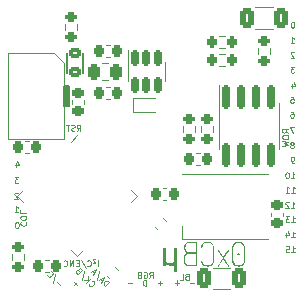
<source format=gbr>
%TF.GenerationSoftware,KiCad,Pcbnew,6.0.0*%
%TF.CreationDate,2022-01-08T01:14:50+01:00*%
%TF.ProjectId,micro,6d696372-6f2e-46b6-9963-61645f706362,rev1.0*%
%TF.SameCoordinates,Original*%
%TF.FileFunction,Legend,Bot*%
%TF.FilePolarity,Positive*%
%FSLAX46Y46*%
G04 Gerber Fmt 4.6, Leading zero omitted, Abs format (unit mm)*
G04 Created by KiCad (PCBNEW 6.0.0) date 2022-01-08 01:14:50*
%MOMM*%
%LPD*%
G01*
G04 APERTURE LIST*
G04 Aperture macros list*
%AMRoundRect*
0 Rectangle with rounded corners*
0 $1 Rounding radius*
0 $2 $3 $4 $5 $6 $7 $8 $9 X,Y pos of 4 corners*
0 Add a 4 corners polygon primitive as box body*
4,1,4,$2,$3,$4,$5,$6,$7,$8,$9,$2,$3,0*
0 Add four circle primitives for the rounded corners*
1,1,$1+$1,$2,$3*
1,1,$1+$1,$4,$5*
1,1,$1+$1,$6,$7*
1,1,$1+$1,$8,$9*
0 Add four rect primitives between the rounded corners*
20,1,$1+$1,$2,$3,$4,$5,0*
20,1,$1+$1,$4,$5,$6,$7,0*
20,1,$1+$1,$6,$7,$8,$9,0*
20,1,$1+$1,$8,$9,$2,$3,0*%
%AMRotRect*
0 Rectangle, with rotation*
0 The origin of the aperture is its center*
0 $1 length*
0 $2 width*
0 $3 Rotation angle, in degrees counterclockwise*
0 Add horizontal line*
21,1,$1,$2,0,0,$3*%
G04 Aperture macros list end*
%ADD10C,0.150000*%
%ADD11C,0.125000*%
%ADD12C,0.120000*%
%ADD13C,2.400000*%
%ADD14C,2.350000*%
%ADD15C,1.000000*%
%ADD16C,3.987800*%
%ADD17C,2.250000*%
%ADD18R,1.500000X1.000000*%
%ADD19RoundRect,0.200000X-0.275000X0.200000X-0.275000X-0.200000X0.275000X-0.200000X0.275000X0.200000X0*%
%ADD20RoundRect,0.225000X-0.225000X-0.250000X0.225000X-0.250000X0.225000X0.250000X-0.225000X0.250000X0*%
%ADD21RoundRect,0.200000X0.275000X-0.200000X0.275000X0.200000X-0.275000X0.200000X-0.275000X-0.200000X0*%
%ADD22RoundRect,0.225000X0.335876X0.017678X0.017678X0.335876X-0.335876X-0.017678X-0.017678X-0.335876X0*%
%ADD23RoundRect,0.225000X0.225000X0.250000X-0.225000X0.250000X-0.225000X-0.250000X0.225000X-0.250000X0*%
%ADD24RoundRect,0.225000X0.250000X-0.225000X0.250000X0.225000X-0.250000X0.225000X-0.250000X-0.225000X0*%
%ADD25R,0.600000X0.700000*%
%ADD26RoundRect,0.170000X0.330000X-0.255000X0.330000X0.255000X-0.330000X0.255000X-0.330000X-0.255000X0*%
%ADD27RoundRect,0.300000X-0.070711X-0.494975X0.494975X0.070711X0.070711X0.494975X-0.494975X-0.070711X0*%
%ADD28RoundRect,0.200000X0.200000X0.275000X-0.200000X0.275000X-0.200000X-0.275000X0.200000X-0.275000X0*%
%ADD29C,1.700000*%
%ADD30RoundRect,0.200000X-0.200000X-0.275000X0.200000X-0.275000X0.200000X0.275000X-0.200000X0.275000X0*%
%ADD31RoundRect,0.062500X0.291682X0.380070X-0.380070X-0.291682X-0.291682X-0.380070X0.380070X0.291682X0*%
%ADD32RoundRect,0.062500X-0.291682X0.380070X-0.380070X0.291682X0.291682X-0.380070X0.380070X-0.291682X0*%
%ADD33RotRect,5.200000X5.200000X225.000000*%
%ADD34RoundRect,0.243750X0.243750X0.456250X-0.243750X0.456250X-0.243750X-0.456250X0.243750X-0.456250X0*%
%ADD35RoundRect,0.225000X-0.335876X-0.017678X-0.017678X-0.335876X0.335876X0.017678X0.017678X0.335876X0*%
%ADD36RoundRect,0.250000X-0.312500X-0.625000X0.312500X-0.625000X0.312500X0.625000X-0.312500X0.625000X0*%
%ADD37RoundRect,0.150000X-0.150000X0.512500X-0.150000X-0.512500X0.150000X-0.512500X0.150000X0.512500X0*%
%ADD38RoundRect,0.150000X-0.150000X0.825000X-0.150000X-0.825000X0.150000X-0.825000X0.150000X0.825000X0*%
%ADD39RoundRect,0.250000X0.312500X0.625000X-0.312500X0.625000X-0.312500X-0.625000X0.312500X-0.625000X0*%
%ADD40RoundRect,0.225000X-0.250000X0.225000X-0.250000X-0.225000X0.250000X-0.225000X0.250000X0.225000X0*%
%ADD41R,0.600000X1.150000*%
%ADD42R,0.300000X1.150000*%
%ADD43O,1.000000X2.200000*%
%ADD44O,1.000000X1.800000*%
G04 APERTURE END LIST*
D10*
X144012579Y-95809000D02*
X143642579Y-95809000D01*
X143642579Y-95809000D02*
X143642579Y-94109000D01*
X143642579Y-94109000D02*
X144012579Y-94109000D01*
X144012579Y-94109000D02*
X144012579Y-95809000D01*
G36*
X144012579Y-95809000D02*
G01*
X143642579Y-95809000D01*
X143642579Y-94109000D01*
X144012579Y-94109000D01*
X144012579Y-95809000D01*
G37*
D11*
X139972428Y-105586523D02*
X139948619Y-105610333D01*
X139924809Y-105681761D01*
X139924809Y-105729380D01*
X139948619Y-105800809D01*
X139996238Y-105848428D01*
X140043857Y-105872238D01*
X140139095Y-105896047D01*
X140210523Y-105896047D01*
X140305761Y-105872238D01*
X140353380Y-105848428D01*
X140401000Y-105800809D01*
X140424809Y-105729380D01*
X140424809Y-105681761D01*
X140401000Y-105610333D01*
X140377190Y-105586523D01*
X140424809Y-105277000D02*
X140424809Y-105181761D01*
X140401000Y-105134142D01*
X140353380Y-105086523D01*
X140258142Y-105062714D01*
X140091476Y-105062714D01*
X139996238Y-105086523D01*
X139948619Y-105134142D01*
X139924809Y-105181761D01*
X139924809Y-105277000D01*
X139948619Y-105324619D01*
X139996238Y-105372238D01*
X140091476Y-105396047D01*
X140258142Y-105396047D01*
X140353380Y-105372238D01*
X140401000Y-105324619D01*
X140424809Y-105277000D01*
X139924809Y-104610333D02*
X139924809Y-104848428D01*
X140424809Y-104848428D01*
X162994388Y-88635190D02*
X162946769Y-88635190D01*
X162899150Y-88659000D01*
X162875340Y-88682809D01*
X162851531Y-88730428D01*
X162827721Y-88825666D01*
X162827721Y-88944714D01*
X162851531Y-89039952D01*
X162875340Y-89087571D01*
X162899150Y-89111380D01*
X162946769Y-89135190D01*
X162994388Y-89135190D01*
X163042007Y-89111380D01*
X163065817Y-89087571D01*
X163089626Y-89039952D01*
X163113436Y-88944714D01*
X163113436Y-88825666D01*
X163089626Y-88730428D01*
X163065817Y-88682809D01*
X163042007Y-88659000D01*
X162994388Y-88635190D01*
X139446142Y-104724190D02*
X139731857Y-104724190D01*
X139589000Y-104724190D02*
X139589000Y-104224190D01*
X139636619Y-104295619D01*
X139684238Y-104343238D01*
X139731857Y-104367047D01*
X162801531Y-94995190D02*
X163039626Y-94995190D01*
X163063436Y-95233285D01*
X163039626Y-95209476D01*
X162992007Y-95185666D01*
X162872959Y-95185666D01*
X162825340Y-95209476D01*
X162801531Y-95233285D01*
X162777721Y-95280904D01*
X162777721Y-95399952D01*
X162801531Y-95447571D01*
X162825340Y-95471380D01*
X162872959Y-95495190D01*
X162992007Y-95495190D01*
X163039626Y-95471380D01*
X163063436Y-95447571D01*
X162825340Y-96245190D02*
X162920579Y-96245190D01*
X162968198Y-96269000D01*
X162992007Y-96292809D01*
X163039626Y-96364238D01*
X163063436Y-96459476D01*
X163063436Y-96649952D01*
X163039626Y-96697571D01*
X163015817Y-96721380D01*
X162968198Y-96745190D01*
X162872959Y-96745190D01*
X162825340Y-96721380D01*
X162801531Y-96697571D01*
X162777721Y-96649952D01*
X162777721Y-96530904D01*
X162801531Y-96483285D01*
X162825340Y-96459476D01*
X162872959Y-96435666D01*
X162968198Y-96435666D01*
X163015817Y-96459476D01*
X163039626Y-96483285D01*
X163063436Y-96530904D01*
X162835817Y-104385190D02*
X163121531Y-104385190D01*
X162978674Y-104385190D02*
X162978674Y-103885190D01*
X163026293Y-103956619D01*
X163073912Y-104004238D01*
X163121531Y-104028047D01*
X162645340Y-103932809D02*
X162621531Y-103909000D01*
X162573912Y-103885190D01*
X162454864Y-103885190D01*
X162407245Y-103909000D01*
X162383436Y-103932809D01*
X162359626Y-103980428D01*
X162359626Y-104028047D01*
X162383436Y-104099476D01*
X162669150Y-104385190D01*
X162359626Y-104385190D01*
X146490476Y-109336190D02*
X146490476Y-108836190D01*
X146276190Y-108717142D02*
X146228571Y-108693333D01*
X146157142Y-108693333D01*
X146109523Y-108717142D01*
X146085714Y-108764761D01*
X146085714Y-108812380D01*
X146109523Y-108860000D01*
X146276190Y-109026666D01*
X146085714Y-109026666D01*
X145585714Y-109288571D02*
X145609523Y-109312380D01*
X145680952Y-109336190D01*
X145728571Y-109336190D01*
X145800000Y-109312380D01*
X145847619Y-109264761D01*
X145871428Y-109217142D01*
X145895238Y-109121904D01*
X145895238Y-109050476D01*
X145871428Y-108955238D01*
X145847619Y-108907619D01*
X145800000Y-108860000D01*
X145728571Y-108836190D01*
X145680952Y-108836190D01*
X145609523Y-108860000D01*
X145585714Y-108883809D01*
X145014285Y-108812380D02*
X145442857Y-109455238D01*
X144847619Y-109074285D02*
X144680952Y-109074285D01*
X144609523Y-109336190D02*
X144847619Y-109336190D01*
X144847619Y-108836190D01*
X144609523Y-108836190D01*
X144395238Y-109336190D02*
X144395238Y-108836190D01*
X144109523Y-109336190D01*
X144109523Y-108836190D01*
X143585714Y-109288571D02*
X143609523Y-109312380D01*
X143680952Y-109336190D01*
X143728571Y-109336190D01*
X143800000Y-109312380D01*
X143847619Y-109264761D01*
X143871428Y-109217142D01*
X143895238Y-109121904D01*
X143895238Y-109050476D01*
X143871428Y-108955238D01*
X143847619Y-108907619D01*
X143800000Y-108860000D01*
X143728571Y-108836190D01*
X143680952Y-108836190D01*
X143609523Y-108860000D01*
X143585714Y-108883809D01*
X139701857Y-103161809D02*
X139678047Y-103138000D01*
X139630428Y-103114190D01*
X139511380Y-103114190D01*
X139463761Y-103138000D01*
X139439952Y-103161809D01*
X139416142Y-103209428D01*
X139416142Y-103257047D01*
X139439952Y-103328476D01*
X139725666Y-103614190D01*
X139416142Y-103614190D01*
X162807721Y-90415190D02*
X163093436Y-90415190D01*
X162950579Y-90415190D02*
X162950579Y-89915190D01*
X162998198Y-89986619D01*
X163045817Y-90034238D01*
X163093436Y-90058047D01*
X162845817Y-106895190D02*
X163131531Y-106895190D01*
X162988674Y-106895190D02*
X162988674Y-106395190D01*
X163036293Y-106466619D01*
X163083912Y-106514238D01*
X163131531Y-106538047D01*
X162417245Y-106561857D02*
X162417245Y-106895190D01*
X162536293Y-106371380D02*
X162655340Y-106728523D01*
X162345817Y-106728523D01*
X144693809Y-97866190D02*
X144860476Y-97628095D01*
X144979523Y-97866190D02*
X144979523Y-97366190D01*
X144789047Y-97366190D01*
X144741428Y-97390000D01*
X144717619Y-97413809D01*
X144693809Y-97461428D01*
X144693809Y-97532857D01*
X144717619Y-97580476D01*
X144741428Y-97604285D01*
X144789047Y-97628095D01*
X144979523Y-97628095D01*
X144503333Y-97842380D02*
X144431904Y-97866190D01*
X144312857Y-97866190D01*
X144265238Y-97842380D01*
X144241428Y-97818571D01*
X144217619Y-97770952D01*
X144217619Y-97723333D01*
X144241428Y-97675714D01*
X144265238Y-97651904D01*
X144312857Y-97628095D01*
X144408095Y-97604285D01*
X144455714Y-97580476D01*
X144479523Y-97556666D01*
X144503333Y-97509047D01*
X144503333Y-97461428D01*
X144479523Y-97413809D01*
X144455714Y-97390000D01*
X144408095Y-97366190D01*
X144289047Y-97366190D01*
X144217619Y-97390000D01*
X144074761Y-97366190D02*
X143789047Y-97366190D01*
X143931904Y-97866190D02*
X143931904Y-97366190D01*
X147080896Y-111020778D02*
X147434450Y-110667225D01*
X147350270Y-110583045D01*
X147282927Y-110549374D01*
X147215583Y-110549374D01*
X147165076Y-110566209D01*
X147080896Y-110616717D01*
X147030389Y-110667225D01*
X146979881Y-110751404D01*
X146963045Y-110801912D01*
X146963045Y-110869255D01*
X146996717Y-110936599D01*
X147080896Y-111020778D01*
X146845194Y-110583045D02*
X146676835Y-110414687D01*
X146777851Y-110717732D02*
X147013553Y-110246328D01*
X146542148Y-110482030D01*
X146542148Y-109741251D02*
X146390625Y-110498866D01*
X146171759Y-109909610D02*
X146003400Y-109741251D01*
X146104416Y-110044297D02*
X146340118Y-109572893D01*
X145868713Y-109808595D01*
X149410476Y-110795714D02*
X149029523Y-110795714D01*
X162968198Y-99059476D02*
X163015817Y-99035666D01*
X163039626Y-99011857D01*
X163063436Y-98964238D01*
X163063436Y-98940428D01*
X163039626Y-98892809D01*
X163015817Y-98869000D01*
X162968198Y-98845190D01*
X162872959Y-98845190D01*
X162825340Y-98869000D01*
X162801531Y-98892809D01*
X162777721Y-98940428D01*
X162777721Y-98964238D01*
X162801531Y-99011857D01*
X162825340Y-99035666D01*
X162872959Y-99059476D01*
X162968198Y-99059476D01*
X163015817Y-99083285D01*
X163039626Y-99107095D01*
X163063436Y-99154714D01*
X163063436Y-99249952D01*
X163039626Y-99297571D01*
X163015817Y-99321380D01*
X162968198Y-99345190D01*
X162872959Y-99345190D01*
X162825340Y-99321380D01*
X162801531Y-99297571D01*
X162777721Y-99249952D01*
X162777721Y-99154714D01*
X162801531Y-99107095D01*
X162825340Y-99083285D01*
X162872959Y-99059476D01*
X144729940Y-110680566D02*
X144460566Y-110949940D01*
X144729940Y-110949940D02*
X144460566Y-110680566D01*
X139642809Y-105604190D02*
X139595190Y-105604190D01*
X139547571Y-105628000D01*
X139523761Y-105651809D01*
X139499952Y-105699428D01*
X139476142Y-105794666D01*
X139476142Y-105913714D01*
X139499952Y-106008952D01*
X139523761Y-106056571D01*
X139547571Y-106080380D01*
X139595190Y-106104190D01*
X139642809Y-106104190D01*
X139690428Y-106080380D01*
X139714238Y-106056571D01*
X139738047Y-106008952D01*
X139761857Y-105913714D01*
X139761857Y-105794666D01*
X139738047Y-105699428D01*
X139714238Y-105651809D01*
X139690428Y-105628000D01*
X139642809Y-105604190D01*
X145693045Y-110845583D02*
X145693045Y-110879255D01*
X145726717Y-110946599D01*
X145760389Y-110980270D01*
X145827732Y-111013942D01*
X145895076Y-111013942D01*
X145945583Y-110997106D01*
X146029763Y-110946599D01*
X146080270Y-110896091D01*
X146130778Y-110811912D01*
X146147614Y-110761404D01*
X146147614Y-110694061D01*
X146113942Y-110626717D01*
X146080270Y-110593045D01*
X146012927Y-110559374D01*
X145979255Y-110559374D01*
X145507851Y-110727732D02*
X145861404Y-110374179D01*
X145305820Y-110525702D02*
X145659374Y-110475194D01*
X145659374Y-110172148D02*
X145659374Y-110576209D01*
X145272148Y-109751251D02*
X145120625Y-110508866D01*
X144851251Y-109700744D02*
X144783908Y-109667072D01*
X144750236Y-109667072D01*
X144699729Y-109683908D01*
X144649221Y-109734416D01*
X144632385Y-109784923D01*
X144632385Y-109818595D01*
X144649221Y-109869103D01*
X144783908Y-110003790D01*
X145137461Y-109650236D01*
X145019610Y-109532385D01*
X144969103Y-109515549D01*
X144935431Y-109515549D01*
X144884923Y-109532385D01*
X144851251Y-109566057D01*
X144834416Y-109616564D01*
X144834416Y-109650236D01*
X144851251Y-109700744D01*
X144969103Y-109818595D01*
X139523761Y-100620857D02*
X139523761Y-100954190D01*
X139642809Y-100430380D02*
X139761857Y-100787523D01*
X139452333Y-100787523D01*
X162937340Y-93901857D02*
X162937340Y-94235190D01*
X163056388Y-93711380D02*
X163175436Y-94068523D01*
X162865912Y-94068523D01*
X151950476Y-110745714D02*
X151569523Y-110745714D01*
X151760000Y-110936190D02*
X151760000Y-110555238D01*
X153986666Y-110204285D02*
X153915238Y-110228095D01*
X153891428Y-110251904D01*
X153867619Y-110299523D01*
X153867619Y-110370952D01*
X153891428Y-110418571D01*
X153915238Y-110442380D01*
X153962857Y-110466190D01*
X154153333Y-110466190D01*
X154153333Y-109966190D01*
X153986666Y-109966190D01*
X153939047Y-109990000D01*
X153915238Y-110013809D01*
X153891428Y-110061428D01*
X153891428Y-110109047D01*
X153915238Y-110156666D01*
X153939047Y-110180476D01*
X153986666Y-110204285D01*
X154153333Y-110204285D01*
X153415238Y-110466190D02*
X153653333Y-110466190D01*
X153653333Y-109966190D01*
X162843238Y-108146190D02*
X163128952Y-108146190D01*
X162986095Y-108146190D02*
X162986095Y-107646190D01*
X163033714Y-107717619D01*
X163081333Y-107765238D01*
X163128952Y-107789047D01*
X162390857Y-107646190D02*
X162628952Y-107646190D01*
X162652761Y-107884285D01*
X162628952Y-107860476D01*
X162581333Y-107836666D01*
X162462285Y-107836666D01*
X162414666Y-107860476D01*
X162390857Y-107884285D01*
X162367047Y-107931904D01*
X162367047Y-108050952D01*
X162390857Y-108098571D01*
X162414666Y-108122380D01*
X162462285Y-108146190D01*
X162581333Y-108146190D01*
X162628952Y-108122380D01*
X162652761Y-108098571D01*
X163087245Y-97555190D02*
X162753912Y-97555190D01*
X162968198Y-98055190D01*
X154620476Y-110755714D02*
X154239523Y-110755714D01*
X162845817Y-105615190D02*
X163131531Y-105615190D01*
X162988674Y-105615190D02*
X162988674Y-105115190D01*
X163036293Y-105186619D01*
X163083912Y-105234238D01*
X163131531Y-105258047D01*
X162679150Y-105115190D02*
X162369626Y-105115190D01*
X162536293Y-105305666D01*
X162464864Y-105305666D01*
X162417245Y-105329476D01*
X162393436Y-105353285D01*
X162369626Y-105400904D01*
X162369626Y-105519952D01*
X162393436Y-105567571D01*
X162417245Y-105591380D01*
X162464864Y-105615190D01*
X162607721Y-105615190D01*
X162655340Y-105591380D01*
X162679150Y-105567571D01*
X143301404Y-110951912D02*
X143032030Y-110682538D01*
X142846835Y-110025938D02*
X142695312Y-110783553D01*
X142190236Y-110042774D02*
X142190236Y-110076446D01*
X142223908Y-110143790D01*
X142257580Y-110177461D01*
X142324923Y-110211133D01*
X142392267Y-110211133D01*
X142442774Y-110194297D01*
X142526954Y-110143790D01*
X142577461Y-110093282D01*
X142627969Y-110009103D01*
X142644805Y-109958595D01*
X142644805Y-109891251D01*
X142611133Y-109823908D01*
X142577461Y-109790236D01*
X142510118Y-109756564D01*
X142476446Y-109756564D01*
X150845238Y-110326190D02*
X151011904Y-110088095D01*
X151130952Y-110326190D02*
X151130952Y-109826190D01*
X150940476Y-109826190D01*
X150892857Y-109850000D01*
X150869047Y-109873809D01*
X150845238Y-109921428D01*
X150845238Y-109992857D01*
X150869047Y-110040476D01*
X150892857Y-110064285D01*
X150940476Y-110088095D01*
X151130952Y-110088095D01*
X150369047Y-109850000D02*
X150416666Y-109826190D01*
X150488095Y-109826190D01*
X150559523Y-109850000D01*
X150607142Y-109897619D01*
X150630952Y-109945238D01*
X150654761Y-110040476D01*
X150654761Y-110111904D01*
X150630952Y-110207142D01*
X150607142Y-110254761D01*
X150559523Y-110302380D01*
X150488095Y-110326190D01*
X150440476Y-110326190D01*
X150369047Y-110302380D01*
X150345238Y-110278571D01*
X150345238Y-110111904D01*
X150440476Y-110111904D01*
X149964285Y-110064285D02*
X149892857Y-110088095D01*
X149869047Y-110111904D01*
X149845238Y-110159523D01*
X149845238Y-110230952D01*
X149869047Y-110278571D01*
X149892857Y-110302380D01*
X149940476Y-110326190D01*
X150130952Y-110326190D01*
X150130952Y-109826190D01*
X149964285Y-109826190D01*
X149916666Y-109850000D01*
X149892857Y-109873809D01*
X149869047Y-109921428D01*
X149869047Y-109969047D01*
X149892857Y-110016666D01*
X149916666Y-110040476D01*
X149964285Y-110064285D01*
X150130952Y-110064285D01*
X162608769Y-98036142D02*
X162370674Y-97869476D01*
X162608769Y-97750428D02*
X162108769Y-97750428D01*
X162108769Y-97940904D01*
X162132579Y-97988523D01*
X162156388Y-98012333D01*
X162204007Y-98036142D01*
X162275436Y-98036142D01*
X162323055Y-98012333D01*
X162346864Y-97988523D01*
X162370674Y-97940904D01*
X162370674Y-97750428D01*
X162108769Y-98345666D02*
X162108769Y-98440904D01*
X162132579Y-98488523D01*
X162180198Y-98536142D01*
X162275436Y-98559952D01*
X162442102Y-98559952D01*
X162537340Y-98536142D01*
X162584959Y-98488523D01*
X162608769Y-98440904D01*
X162608769Y-98345666D01*
X162584959Y-98298047D01*
X162537340Y-98250428D01*
X162442102Y-98226619D01*
X162275436Y-98226619D01*
X162180198Y-98250428D01*
X162132579Y-98298047D01*
X162108769Y-98345666D01*
X162108769Y-98726619D02*
X162608769Y-98845666D01*
X162251626Y-98940904D01*
X162608769Y-99036142D01*
X162108769Y-99155190D01*
X163093436Y-91222809D02*
X163069626Y-91199000D01*
X163022007Y-91175190D01*
X162902959Y-91175190D01*
X162855340Y-91199000D01*
X162831531Y-91222809D01*
X162807721Y-91270428D01*
X162807721Y-91318047D01*
X162831531Y-91389476D01*
X163117245Y-91675190D01*
X162807721Y-91675190D01*
X153370476Y-110725714D02*
X152989523Y-110725714D01*
X153180000Y-110916190D02*
X153180000Y-110535238D01*
X162865817Y-103095190D02*
X163151531Y-103095190D01*
X163008674Y-103095190D02*
X163008674Y-102595190D01*
X163056293Y-102666619D01*
X163103912Y-102714238D01*
X163151531Y-102738047D01*
X162389626Y-103095190D02*
X162675340Y-103095190D01*
X162532483Y-103095190D02*
X162532483Y-102595190D01*
X162580102Y-102666619D01*
X162627721Y-102714238D01*
X162675340Y-102738047D01*
X150570952Y-110986190D02*
X150570952Y-110486190D01*
X150451904Y-110486190D01*
X150380476Y-110510000D01*
X150332857Y-110557619D01*
X150309047Y-110605238D01*
X150285238Y-110700476D01*
X150285238Y-110771904D01*
X150309047Y-110867142D01*
X150332857Y-110914761D01*
X150380476Y-110962380D01*
X150451904Y-110986190D01*
X150570952Y-110986190D01*
X139745666Y-101794190D02*
X139436142Y-101794190D01*
X139602809Y-101984666D01*
X139531380Y-101984666D01*
X139483761Y-102008476D01*
X139459952Y-102032285D01*
X139436142Y-102079904D01*
X139436142Y-102198952D01*
X139459952Y-102246571D01*
X139483761Y-102270380D01*
X139531380Y-102294190D01*
X139674238Y-102294190D01*
X139721857Y-102270380D01*
X139745666Y-102246571D01*
X163045817Y-100585190D02*
X162950579Y-100585190D01*
X162902959Y-100561380D01*
X162879150Y-100537571D01*
X162831531Y-100466142D01*
X162807721Y-100370904D01*
X162807721Y-100180428D01*
X162831531Y-100132809D01*
X162855340Y-100109000D01*
X162902959Y-100085190D01*
X162998198Y-100085190D01*
X163045817Y-100109000D01*
X163069626Y-100132809D01*
X163093436Y-100180428D01*
X163093436Y-100299476D01*
X163069626Y-100347095D01*
X163045817Y-100370904D01*
X162998198Y-100394714D01*
X162902959Y-100394714D01*
X162855340Y-100370904D01*
X162831531Y-100347095D01*
X162807721Y-100299476D01*
X162835817Y-101885190D02*
X163121531Y-101885190D01*
X162978674Y-101885190D02*
X162978674Y-101385190D01*
X163026293Y-101456619D01*
X163073912Y-101504238D01*
X163121531Y-101528047D01*
X162526293Y-101385190D02*
X162478674Y-101385190D01*
X162431055Y-101409000D01*
X162407245Y-101432809D01*
X162383436Y-101480428D01*
X162359626Y-101575666D01*
X162359626Y-101694714D01*
X162383436Y-101789952D01*
X162407245Y-101837571D01*
X162431055Y-101861380D01*
X162478674Y-101885190D01*
X162526293Y-101885190D01*
X162573912Y-101861380D01*
X162597721Y-101837571D01*
X162621531Y-101789952D01*
X162645340Y-101694714D01*
X162645340Y-101575666D01*
X162621531Y-101480428D01*
X162597721Y-101432809D01*
X162573912Y-101409000D01*
X162526293Y-101385190D01*
X163107245Y-92455190D02*
X162797721Y-92455190D01*
X162964388Y-92645666D01*
X162892959Y-92645666D01*
X162845340Y-92669476D01*
X162821531Y-92693285D01*
X162797721Y-92740904D01*
X162797721Y-92859952D01*
X162821531Y-92907571D01*
X162845340Y-92931380D01*
X162892959Y-92955190D01*
X163035817Y-92955190D01*
X163083436Y-92931380D01*
X163107245Y-92907571D01*
D12*
%TO.C,D2*%
X153586579Y-107059000D02*
X153586579Y-105909000D01*
X160886579Y-107059000D02*
X153586579Y-107059000D01*
X160886579Y-101559000D02*
X153586579Y-101559000D01*
%TO.C,R6*%
X143670079Y-88831742D02*
X143670079Y-89306258D01*
X144715079Y-88831742D02*
X144715079Y-89306258D01*
%TO.C,R5*%
X140235079Y-108311742D02*
X140235079Y-108786258D01*
X139190079Y-108311742D02*
X139190079Y-108786258D01*
%TO.C,C4*%
X151999420Y-102710000D02*
X152280580Y-102710000D01*
X151999420Y-103730000D02*
X152280580Y-103730000D01*
%TO.C,C9*%
X154809999Y-99735000D02*
X155091159Y-99735000D01*
X154809999Y-100755000D02*
X155091159Y-100755000D01*
%TO.C,R8*%
X160016079Y-91338258D02*
X160016079Y-90863742D01*
X161061079Y-91338258D02*
X161061079Y-90863742D01*
%TO.C,C8*%
X148160030Y-109628781D02*
X147961219Y-109429970D01*
X147438781Y-110350030D02*
X147239970Y-110151219D01*
%TO.C,C1*%
X147471159Y-90591000D02*
X147189999Y-90591000D01*
X147471159Y-91611000D02*
X147189999Y-91611000D01*
%TO.C,C6*%
X145300579Y-95559580D02*
X145300579Y-95278420D01*
X144280579Y-95559580D02*
X144280579Y-95278420D01*
%TO.C,R4*%
X156235079Y-97467742D02*
X156235079Y-97942258D01*
X155190079Y-97467742D02*
X155190079Y-97942258D01*
%TO.C,D1*%
X151332579Y-96273000D02*
X149482579Y-96273000D01*
X151332579Y-95073000D02*
X149482579Y-95073000D01*
X149482579Y-96273000D02*
X149482579Y-95073000D01*
D10*
%TO.C,FB1*%
X145186579Y-93017000D02*
X145186579Y-91317000D01*
X143886579Y-93017000D02*
X143886579Y-91317000D01*
D12*
%TO.C,R1*%
X157219837Y-92385500D02*
X156745321Y-92385500D01*
X157219837Y-91340500D02*
X156745321Y-91340500D01*
%TO.C,J2*%
X143604579Y-98551000D02*
X138864579Y-98551000D01*
X143604579Y-92161000D02*
X143604579Y-98551000D01*
X138864579Y-91271000D02*
X142734579Y-91271000D01*
X142734579Y-91271000D02*
X143604579Y-92161000D01*
X138864579Y-98551000D02*
X138864579Y-91271000D01*
%TO.C,C2*%
X140331999Y-98719000D02*
X140613159Y-98719000D01*
X140331999Y-99739000D02*
X140613159Y-99739000D01*
%TO.C,0xCB*%
G36*
X154148376Y-109330913D02*
G01*
X154013716Y-109289123D01*
X153899774Y-109215542D01*
X153812263Y-109106243D01*
X153756541Y-108957295D01*
X153737968Y-108764771D01*
X153840838Y-108764771D01*
X153871199Y-108979798D01*
X153962281Y-109127674D01*
X154106942Y-109213399D01*
X154298038Y-109241974D01*
X154752380Y-109241974D01*
X154752380Y-108264709D01*
X154298038Y-108264709D01*
X154106942Y-108290069D01*
X153962281Y-108366150D01*
X153871199Y-108504382D01*
X153840838Y-108716194D01*
X153840838Y-108764771D01*
X153737968Y-108764771D01*
X153737968Y-108716194D01*
X153747255Y-108580463D01*
X153775115Y-108470449D01*
X153877985Y-108311858D01*
X154032290Y-108213274D01*
X153934064Y-108145765D01*
X153856554Y-108040395D01*
X153806191Y-107901449D01*
X153789403Y-107733214D01*
X153892273Y-107733214D01*
X153920491Y-107942168D01*
X154005144Y-108071827D01*
X154149091Y-108139336D01*
X154355188Y-108161839D01*
X154752380Y-108161839D01*
X154752380Y-107358881D01*
X154369475Y-107358881D01*
X154237673Y-107365668D01*
X154122301Y-107386027D01*
X153953709Y-107493184D01*
X153907632Y-107593196D01*
X153892273Y-107733214D01*
X153789403Y-107733214D01*
X153808691Y-107557477D01*
X153866555Y-107430319D01*
X153957638Y-107344237D01*
X154076581Y-107291730D01*
X154217671Y-107264941D01*
X154375190Y-107256011D01*
X154803815Y-107256011D01*
X154839534Y-107268870D01*
X154855250Y-107307446D01*
X154855250Y-109296266D01*
X154840963Y-109330556D01*
X154803815Y-109344844D01*
X154298038Y-109344844D01*
X154148376Y-109330913D01*
G37*
G36*
X157541300Y-107986102D02*
G01*
X157559874Y-108004676D01*
X157567018Y-108030394D01*
X157564160Y-108043252D01*
X157558445Y-108056111D01*
X157161253Y-108664759D01*
X157558445Y-109284836D01*
X157567018Y-109313411D01*
X157559874Y-109336271D01*
X157541300Y-109354845D01*
X157515583Y-109361989D01*
X157491294Y-109356274D01*
X157472720Y-109339129D01*
X157098388Y-108759056D01*
X156721198Y-109339129D01*
X156704053Y-109356274D01*
X156681193Y-109361989D01*
X156655475Y-109354845D01*
X156636902Y-109336271D01*
X156629758Y-109313411D01*
X156631187Y-109297695D01*
X156638330Y-109284836D01*
X157038380Y-108664759D01*
X156638330Y-108056111D01*
X156629758Y-108030394D01*
X156636902Y-108001819D01*
X156655475Y-107984674D01*
X156681193Y-107978959D01*
X156704053Y-107984674D01*
X156721198Y-108001819D01*
X157098388Y-108573319D01*
X157472720Y-108001819D01*
X157489865Y-107984674D01*
X157515583Y-107978959D01*
X157541300Y-107986102D01*
G37*
G36*
X158451414Y-108247564D02*
G01*
X158478560Y-108310429D01*
X158451414Y-108374723D01*
X158387120Y-108401869D01*
X158324255Y-108374723D01*
X158298538Y-108310429D01*
X158324255Y-108247564D01*
X158387120Y-108221846D01*
X158451414Y-108247564D01*
G37*
G36*
X158105657Y-109303410D02*
G01*
X157991714Y-109227329D01*
X157904203Y-109116244D01*
X157848482Y-108966225D01*
X157829908Y-108773344D01*
X157932778Y-108773344D01*
X157963139Y-108989442D01*
X158054222Y-109140533D01*
X158198882Y-109229472D01*
X158389978Y-109259119D01*
X158580716Y-109229472D01*
X158724305Y-109140533D01*
X158814317Y-108989442D01*
X158844320Y-108773344D01*
X158844320Y-107844656D01*
X158814317Y-107628558D01*
X158724305Y-107477467D01*
X158580716Y-107388528D01*
X158389978Y-107358881D01*
X158198882Y-107388528D01*
X158054222Y-107477467D01*
X157963139Y-107628558D01*
X157932778Y-107844656D01*
X157932778Y-108773344D01*
X157829908Y-108773344D01*
X157829908Y-107844656D01*
X157848482Y-107651775D01*
X157904203Y-107501756D01*
X157991714Y-107390671D01*
X158105657Y-107314590D01*
X158240316Y-107270656D01*
X158389978Y-107256011D01*
X158539282Y-107270656D01*
X158672870Y-107314590D01*
X158785742Y-107390671D01*
X158872895Y-107501756D01*
X158928617Y-107651775D01*
X158947190Y-107844656D01*
X158947190Y-108773344D01*
X158928617Y-108966225D01*
X158872895Y-109116244D01*
X158785742Y-109227329D01*
X158672870Y-109303410D01*
X158539282Y-109347344D01*
X158389978Y-109361989D01*
X158240316Y-109347344D01*
X158105657Y-109303410D01*
G37*
G36*
X155917526Y-107270656D02*
G01*
X156052543Y-107314590D01*
X156168629Y-107390671D01*
X156259711Y-107501756D01*
X156318647Y-107651775D01*
X156338293Y-107844656D01*
X156338293Y-108773344D01*
X156319362Y-108966225D01*
X156262569Y-109116244D01*
X156173629Y-109227329D01*
X156058258Y-109303410D01*
X155923955Y-109347344D01*
X155778223Y-109361989D01*
X155609987Y-109345558D01*
X155471041Y-109296266D01*
X155362099Y-109221257D01*
X155283875Y-109127674D01*
X155221010Y-108916219D01*
X155233869Y-108850496D01*
X155272445Y-108833351D01*
X155312450Y-108849068D01*
X155323880Y-108884786D01*
X155349598Y-109004801D01*
X155409605Y-109127674D01*
X155535335Y-109221971D01*
X155761078Y-109259119D01*
X155966818Y-109229829D01*
X156115408Y-109141961D01*
X156205419Y-108991228D01*
X156235423Y-108773344D01*
X156235423Y-107844656D01*
X156205776Y-107628558D01*
X156116836Y-107477467D01*
X155971461Y-107388528D01*
X155772508Y-107358881D01*
X155545336Y-107397457D01*
X155411034Y-107494612D01*
X155345311Y-107617485D01*
X155323880Y-107733214D01*
X155316736Y-107766075D01*
X155272445Y-107784649D01*
X155233869Y-107768932D01*
X155221010Y-107704639D01*
X155282446Y-107490326D01*
X155358885Y-107396743D01*
X155465326Y-107321734D01*
X155602129Y-107272442D01*
X155769650Y-107256011D01*
X155917526Y-107270656D01*
G37*
%TO.C,R2*%
X156745321Y-89816500D02*
X157219837Y-89816500D01*
X156745321Y-90861500D02*
X157219837Y-90861500D01*
%TO.C,C5*%
X147189999Y-94147000D02*
X147471159Y-94147000D01*
X147189999Y-95167000D02*
X147471159Y-95167000D01*
%TO.C,U2*%
X144194185Y-98776632D02*
X144706837Y-98263980D01*
X144706837Y-108474602D02*
X144194185Y-107961950D01*
X145219489Y-107961950D02*
X144706837Y-108474602D01*
X149812148Y-103369291D02*
X149299496Y-102856639D01*
X149299496Y-103881943D02*
X149812148Y-103369291D01*
X139601526Y-103369291D02*
X140114178Y-103881943D01*
X140114178Y-102856639D02*
X139601526Y-103369291D01*
%TO.C,F1*%
X147335157Y-92169000D02*
X146818001Y-92169000D01*
X147335157Y-93589000D02*
X146818001Y-93589000D01*
%TO.C,C3*%
X142300580Y-108780000D02*
X142019420Y-108780000D01*
X142300580Y-109800000D02*
X142019420Y-109800000D01*
%TO.C,R3*%
X153666079Y-97467742D02*
X153666079Y-97942258D01*
X154711079Y-97467742D02*
X154711079Y-97942258D01*
%TO.C,C7*%
X151289957Y-106014203D02*
X151488768Y-106213014D01*
X152011206Y-105292954D02*
X152210017Y-105491765D01*
%TO.C,R7*%
X159811515Y-89217000D02*
X161265643Y-89217000D01*
X159811515Y-87397000D02*
X161265643Y-87397000D01*
%TO.C,U1*%
X152142579Y-92869000D02*
X152142579Y-93669000D01*
X149022579Y-92869000D02*
X149022579Y-91069000D01*
X149022579Y-92869000D02*
X149022579Y-93669000D01*
X152142579Y-92869000D02*
X152142579Y-92069000D01*
%TO.C,Q1*%
X156708579Y-97451000D02*
X156708579Y-94001000D01*
X161828579Y-97451000D02*
X161828579Y-99401000D01*
X156708579Y-97451000D02*
X156708579Y-99401000D01*
X161828579Y-97451000D02*
X161828579Y-95501000D01*
%TO.C,micro*%
G36*
X152237716Y-108890158D02*
G01*
X152316626Y-109007981D01*
X152438014Y-109078674D01*
X152601880Y-109102239D01*
X152741231Y-109075031D01*
X152835586Y-108993408D01*
X152889827Y-108854928D01*
X152908838Y-108657149D01*
X152908838Y-107773948D01*
X153166961Y-107773948D01*
X153166961Y-109864052D01*
X152908838Y-109864052D01*
X152908838Y-109209674D01*
X152772799Y-109286065D01*
X152590717Y-109311528D01*
X152380381Y-109264438D01*
X152223763Y-109123167D01*
X152211206Y-109283623D01*
X151978197Y-109283623D01*
X151978197Y-107773948D01*
X152237716Y-107773948D01*
X152237716Y-108890158D01*
G37*
%TO.C,R9*%
X157667064Y-109460000D02*
X156212936Y-109460000D01*
X157667064Y-111280000D02*
X156212936Y-111280000D01*
%TO.C,C10*%
X162162579Y-104788420D02*
X162162579Y-105069580D01*
X161142579Y-104788420D02*
X161142579Y-105069580D01*
%TD*%
%LPC*%
D13*
%TO.C,H2*%
X162161000Y-110028000D03*
D14*
X162161000Y-110028000D03*
%TD*%
D15*
%TO.C,J3*%
X154455000Y-111660000D03*
X153185000Y-111660000D03*
%TD*%
D14*
%TO.C,H1*%
X140425000Y-88293000D03*
D13*
X140425000Y-88293000D03*
%TD*%
D16*
%TO.C,MX1*%
X151390000Y-99160000D03*
D17*
X147580000Y-96620000D03*
X153930000Y-94080000D03*
%TD*%
D18*
%TO.C,D2*%
X159686579Y-102709000D03*
X159686579Y-105909000D03*
X154786579Y-105909000D03*
X154786579Y-102709000D03*
%TD*%
D19*
%TO.C,R6*%
X144192579Y-88244000D03*
X144192579Y-89894000D03*
%TD*%
D15*
%TO.C,J5*%
X147090000Y-111670000D03*
X145820000Y-111670000D03*
X144550000Y-111670000D03*
X143280000Y-111670000D03*
%TD*%
D19*
%TO.C,R5*%
X139712579Y-107724000D03*
X139712579Y-109374000D03*
%TD*%
D20*
%TO.C,C4*%
X151365000Y-103220000D03*
X152915000Y-103220000D03*
%TD*%
%TO.C,C9*%
X154175579Y-100245000D03*
X155725579Y-100245000D03*
%TD*%
D21*
%TO.C,R8*%
X160538579Y-91926000D03*
X160538579Y-90276000D03*
%TD*%
D22*
%TO.C,C8*%
X148248008Y-110438008D03*
X147151992Y-109341992D03*
%TD*%
D23*
%TO.C,C1*%
X148105579Y-91101000D03*
X146555579Y-91101000D03*
%TD*%
D15*
%TO.C,J4*%
X149230000Y-111660000D03*
X150500000Y-111660000D03*
X151770000Y-111660000D03*
%TD*%
D24*
%TO.C,C6*%
X144790579Y-96194000D03*
X144790579Y-94644000D03*
%TD*%
D19*
%TO.C,R4*%
X155712579Y-96880000D03*
X155712579Y-98530000D03*
%TD*%
D25*
%TO.C,D1*%
X149932579Y-95673000D03*
X151332579Y-95673000D03*
%TD*%
D26*
%TO.C,FB1*%
X144536579Y-92917000D03*
X144536579Y-91317000D03*
%TD*%
D27*
%TO.C,Y1*%
X148339129Y-108001769D03*
X149894764Y-106446134D03*
X151096845Y-107648215D03*
X149541210Y-109203850D03*
%TD*%
D28*
%TO.C,R1*%
X157807579Y-91863000D03*
X156157579Y-91863000D03*
%TD*%
D29*
%TO.C,J2*%
X142504579Y-92371000D03*
X139964579Y-92371000D03*
X142504579Y-94911000D03*
X139964579Y-94911000D03*
X142504579Y-97451000D03*
X139964579Y-97451000D03*
%TD*%
D20*
%TO.C,C2*%
X139697579Y-99229000D03*
X141247579Y-99229000D03*
%TD*%
D30*
%TO.C,R2*%
X156157579Y-90339000D03*
X157807579Y-90339000D03*
%TD*%
D20*
%TO.C,C5*%
X146555579Y-94657000D03*
X148105579Y-94657000D03*
%TD*%
D31*
%TO.C,U2*%
X145299039Y-99241555D03*
X145652592Y-99595109D03*
X146006146Y-99948662D03*
X146359699Y-100302215D03*
X146713252Y-100655769D03*
X147066806Y-101009322D03*
X147420359Y-101362876D03*
X147773913Y-101716429D03*
X148127466Y-102069982D03*
X148481019Y-102423536D03*
X148834573Y-102777089D03*
D32*
X148834573Y-103961493D03*
X148481019Y-104315046D03*
X148127466Y-104668600D03*
X147773913Y-105022153D03*
X147420359Y-105375706D03*
X147066806Y-105729260D03*
X146713252Y-106082813D03*
X146359699Y-106436367D03*
X146006146Y-106789920D03*
X145652592Y-107143473D03*
X145299039Y-107497027D03*
D31*
X144114635Y-107497027D03*
X143761082Y-107143473D03*
X143407528Y-106789920D03*
X143053975Y-106436367D03*
X142700422Y-106082813D03*
X142346868Y-105729260D03*
X141993315Y-105375706D03*
X141639761Y-105022153D03*
X141286208Y-104668600D03*
X140932655Y-104315046D03*
X140579101Y-103961493D03*
D32*
X140579101Y-102777089D03*
X140932655Y-102423536D03*
X141286208Y-102069982D03*
X141639761Y-101716429D03*
X141993315Y-101362876D03*
X142346868Y-101009322D03*
X142700422Y-100655769D03*
X143053975Y-100302215D03*
X143407528Y-99948662D03*
X143761082Y-99595109D03*
X144114635Y-99241555D03*
D33*
X144706837Y-103369291D03*
%TD*%
D34*
%TO.C,F1*%
X148014079Y-92879000D03*
X146139079Y-92879000D03*
%TD*%
D15*
%TO.C,J6*%
X138790000Y-105807000D03*
X138790000Y-104537000D03*
X138790000Y-103267000D03*
X138790000Y-101997000D03*
X138790000Y-100727000D03*
%TD*%
D23*
%TO.C,C3*%
X142935000Y-109290000D03*
X141385000Y-109290000D03*
%TD*%
D19*
%TO.C,R3*%
X154188579Y-96880000D03*
X154188579Y-98530000D03*
%TD*%
D35*
%TO.C,C7*%
X151201979Y-105204976D03*
X152297995Y-106300992D03*
%TD*%
D36*
%TO.C,R7*%
X159076079Y-88307000D03*
X162001079Y-88307000D03*
%TD*%
D37*
%TO.C,U1*%
X149632579Y-91731500D03*
X150582579Y-91731500D03*
X151532579Y-91731500D03*
X151532579Y-94006500D03*
X150582579Y-94006500D03*
X149632579Y-94006500D03*
%TD*%
D38*
%TO.C,Q1*%
X157363579Y-94976000D03*
X158633579Y-94976000D03*
X159903579Y-94976000D03*
X161173579Y-94976000D03*
X161173579Y-99926000D03*
X159903579Y-99926000D03*
X158633579Y-99926000D03*
X157363579Y-99926000D03*
%TD*%
D39*
%TO.C,R9*%
X158402500Y-110370000D03*
X155477500Y-110370000D03*
%TD*%
D15*
%TO.C,J7*%
X163792000Y-88894000D03*
X163792000Y-90164000D03*
X163792000Y-91434000D03*
X163792000Y-92704000D03*
X163792000Y-93974000D03*
X163792000Y-95244000D03*
X163792000Y-96514000D03*
X163792000Y-97784000D03*
X163792000Y-99054000D03*
X163792000Y-100324000D03*
X163792000Y-101594000D03*
X163792000Y-102864000D03*
X163792000Y-104134000D03*
X163792000Y-105404000D03*
X163792000Y-106674000D03*
X163792000Y-107944000D03*
%TD*%
D40*
%TO.C,C10*%
X161652579Y-104154000D03*
X161652579Y-105704000D03*
%TD*%
D41*
%TO.C,J1*%
X148092579Y-89456500D03*
X148892579Y-89456500D03*
D42*
X150042579Y-89456500D03*
X151042579Y-89456500D03*
X151542579Y-89456500D03*
X152542579Y-89456500D03*
D41*
X153692579Y-89456500D03*
X154492579Y-89456500D03*
X154492579Y-89456500D03*
X153692579Y-89456500D03*
D42*
X153042579Y-89456500D03*
X152042579Y-89456500D03*
X150542579Y-89456500D03*
X149542579Y-89456500D03*
D41*
X148892579Y-89456500D03*
X148092579Y-89456500D03*
D43*
X156912579Y-84156500D03*
D44*
X156912579Y-88156500D03*
D43*
X145672579Y-84156500D03*
D44*
X145672579Y-88156500D03*
%TD*%
M02*

</source>
